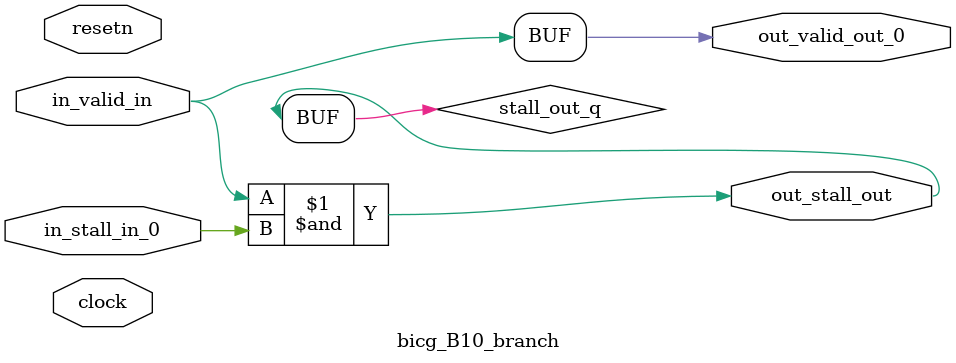
<source format=sv>



(* altera_attribute = "-name AUTO_SHIFT_REGISTER_RECOGNITION OFF; -name MESSAGE_DISABLE 10036; -name MESSAGE_DISABLE 10037; -name MESSAGE_DISABLE 14130; -name MESSAGE_DISABLE 14320; -name MESSAGE_DISABLE 15400; -name MESSAGE_DISABLE 14130; -name MESSAGE_DISABLE 10036; -name MESSAGE_DISABLE 12020; -name MESSAGE_DISABLE 12030; -name MESSAGE_DISABLE 12010; -name MESSAGE_DISABLE 12110; -name MESSAGE_DISABLE 14320; -name MESSAGE_DISABLE 13410; -name MESSAGE_DISABLE 113007; -name MESSAGE_DISABLE 10958" *)
module bicg_B10_branch (
    input wire [0:0] in_stall_in_0,
    input wire [0:0] in_valid_in,
    output wire [0:0] out_stall_out,
    output wire [0:0] out_valid_out_0,
    input wire clock,
    input wire resetn
    );

    wire [0:0] stall_out_q;


    // stall_out(LOGICAL,6)
    assign stall_out_q = in_valid_in & in_stall_in_0;

    // out_stall_out(GPOUT,4)
    assign out_stall_out = stall_out_q;

    // out_valid_out_0(GPOUT,5)
    assign out_valid_out_0 = in_valid_in;

endmodule

</source>
